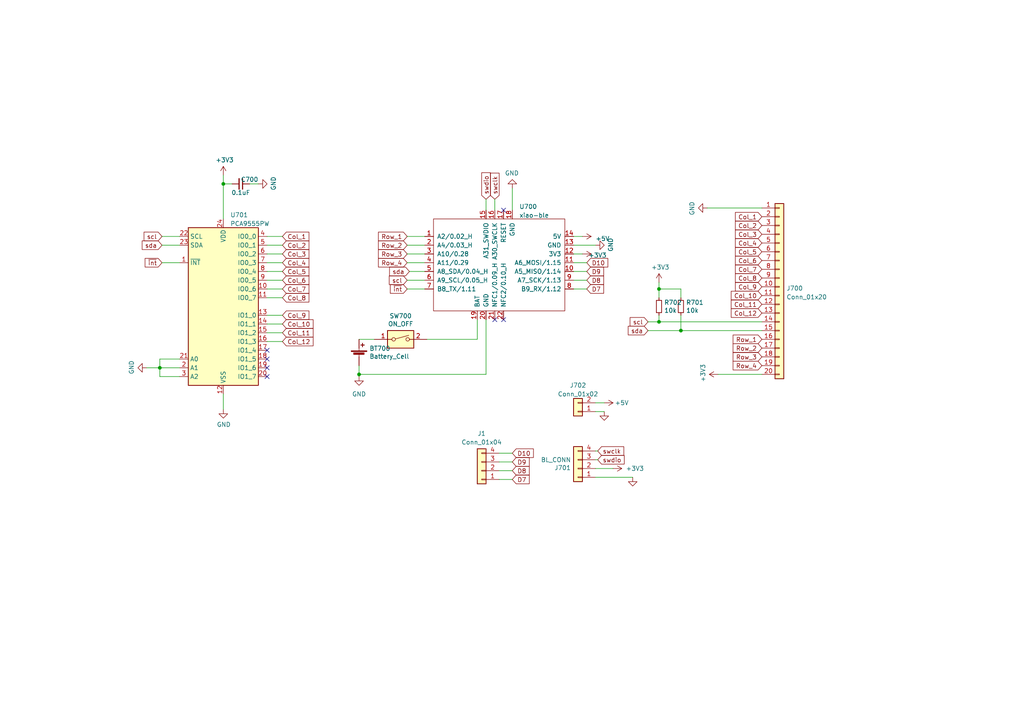
<source format=kicad_sch>
(kicad_sch (version 20230121) (generator eeschema)
  (paper "A4")
  (lib_symbols
    (symbol "Connector_Generic:Conn_01x02" (pin_names (offset 1.016) hide)
      (property "Reference" "J" (at 0 2.54 0))
      (property "Value" "Conn_01x02" (at 0 -5.08 0))
      (symbol "Conn_01x02_1_1"
        (rectangle (start -1.27 -2.413) (end 0 -2.667) (stroke (width 0.1524)))
        (rectangle (start -1.27 0.127) (end 0 -0.127) (stroke (width 0.1524)))
        (rectangle (start -1.27 1.27) (end 1.27 -3.81) (stroke (width 0.254)) (fill (type background)))
        (pin passive line (at -5.08 0 0) (length 3.81) (name "Pin_1") (number "1"))
        (pin passive line (at -5.08 -2.54 0) (length 3.81) (name "Pin_2") (number "2"))
      )
    )
    (symbol "Connector_Generic:Conn_01x04" (pin_names (offset 1.016) hide)
      (property "Reference" "J" (at 0 5.08 0))
      (property "Value" "Conn_01x04" (at 0 -7.62 0))
      (symbol "Conn_01x04_1_1"
        (rectangle (start -1.27 -4.953) (end 0 -5.207) (stroke (width 0.1524)))
        (rectangle (start -1.27 -2.413) (end 0 -2.667) (stroke (width 0.1524)))
        (rectangle (start -1.27 0.127) (end 0 -0.127) (stroke (width 0.1524)))
        (rectangle (start -1.27 2.667) (end 0 2.413) (stroke (width 0.1524)))
        (rectangle (start -1.27 3.81) (end 1.27 -6.35) (stroke (width 0.254)) (fill (type background)))
        (pin passive line (at -5.08 2.54 0) (length 3.81) (name "Pin_1") (number "1"))
        (pin passive line (at -5.08 0 0) (length 3.81) (name "Pin_2") (number "2"))
        (pin passive line (at -5.08 -2.54 0) (length 3.81) (name "Pin_3") (number "3"))
        (pin passive line (at -5.08 -5.08 0) (length 3.81) (name "Pin_4") (number "4"))
      )
    )
    (symbol "Connector_Generic:Conn_01x20" (pin_names (offset 1.016) hide)
      (property "Reference" "J" (at 0 25.4 0))
      (property "Value" "Conn_01x20" (at 0 -27.94 0))
      (symbol "Conn_01x20_1_1"
        (rectangle (start -1.27 -25.273) (end 0 -25.527) (stroke (width 0.1524)))
        (rectangle (start -1.27 -22.733) (end 0 -22.987) (stroke (width 0.1524)))
        (rectangle (start -1.27 -20.193) (end 0 -20.447) (stroke (width 0.1524)))
        (rectangle (start -1.27 -17.653) (end 0 -17.907) (stroke (width 0.1524)))
        (rectangle (start -1.27 -15.113) (end 0 -15.367) (stroke (width 0.1524)))
        (rectangle (start -1.27 -12.573) (end 0 -12.827) (stroke (width 0.1524)))
        (rectangle (start -1.27 -10.033) (end 0 -10.287) (stroke (width 0.1524)))
        (rectangle (start -1.27 -7.493) (end 0 -7.747) (stroke (width 0.1524)))
        (rectangle (start -1.27 -4.953) (end 0 -5.207) (stroke (width 0.1524)))
        (rectangle (start -1.27 -2.413) (end 0 -2.667) (stroke (width 0.1524)))
        (rectangle (start -1.27 0.127) (end 0 -0.127) (stroke (width 0.1524)))
        (rectangle (start -1.27 2.667) (end 0 2.413) (stroke (width 0.1524)))
        (rectangle (start -1.27 5.207) (end 0 4.953) (stroke (width 0.1524)))
        (rectangle (start -1.27 7.747) (end 0 7.493) (stroke (width 0.1524)))
        (rectangle (start -1.27 10.287) (end 0 10.033) (stroke (width 0.1524)))
        (rectangle (start -1.27 12.827) (end 0 12.573) (stroke (width 0.1524)))
        (rectangle (start -1.27 15.367) (end 0 15.113) (stroke (width 0.1524)))
        (rectangle (start -1.27 17.907) (end 0 17.653) (stroke (width 0.1524)))
        (rectangle (start -1.27 20.447) (end 0 20.193) (stroke (width 0.1524)))
        (rectangle (start -1.27 22.987) (end 0 22.733) (stroke (width 0.1524)))
        (rectangle (start -1.27 24.13) (end 1.27 -26.67) (stroke (width 0.254)) (fill (type background)))
        (pin passive line (at -5.08 22.86 0) (length 3.81) (name "Pin_1") (number "1"))
        (pin passive line (at -5.08 0 0) (length 3.81) (name "Pin_10") (number "10"))
        (pin passive line (at -5.08 -2.54 0) (length 3.81) (name "Pin_11") (number "11"))
        (pin passive line (at -5.08 -5.08 0) (length 3.81) (name "Pin_12") (number "12"))
        (pin passive line (at -5.08 -7.62 0) (length 3.81) (name "Pin_13") (number "13"))
        (pin passive line (at -5.08 -10.16 0) (length 3.81) (name "Pin_14") (number "14"))
        (pin passive line (at -5.08 -12.7 0) (length 3.81) (name "Pin_15") (number "15"))
        (pin passive line (at -5.08 -15.24 0) (length 3.81) (name "Pin_16") (number "16"))
        (pin passive line (at -5.08 -17.78 0) (length 3.81) (name "Pin_17") (number "17"))
        (pin passive line (at -5.08 -20.32 0) (length 3.81) (name "Pin_18") (number "18"))
        (pin passive line (at -5.08 -22.86 0) (length 3.81) (name "Pin_19") (number "19"))
        (pin passive line (at -5.08 20.32 0) (length 3.81) (name "Pin_2") (number "2"))
        (pin passive line (at -5.08 -25.4 0) (length 3.81) (name "Pin_20") (number "20"))
        (pin passive line (at -5.08 17.78 0) (length 3.81) (name "Pin_3") (number "3"))
        (pin passive line (at -5.08 15.24 0) (length 3.81) (name "Pin_4") (number "4"))
        (pin passive line (at -5.08 12.7 0) (length 3.81) (name "Pin_5") (number "5"))
        (pin passive line (at -5.08 10.16 0) (length 3.81) (name "Pin_6") (number "6"))
        (pin passive line (at -5.08 7.62 0) (length 3.81) (name "Pin_7") (number "7"))
        (pin passive line (at -5.08 5.08 0) (length 3.81) (name "Pin_8") (number "8"))
        (pin passive line (at -5.08 2.54 0) (length 3.81) (name "Pin_9") (number "9"))
      )
    )
    (symbol "Device:Battery_Cell" (pin_numbers hide) (pin_names (offset 0) hide)
      (property "Reference" "BT" (at 2.54 2.54 0))
      (property "Value" "Battery_Cell" (at 2.54 0 0))
      (symbol "Battery_Cell_0_1"
        (rectangle (start -2.286 1.778) (end 2.286 1.524) (fill (type outline)))
        (rectangle (start -1.5748 1.1938) (end 1.4732 0.6858) (fill (type outline)))
        (polyline (pts (xy 0 0.762) (xy 0 0)))
        (polyline (pts (xy 0 1.778) (xy 0 2.54)))
        (polyline (pts (xy 0.508 3.429) (xy 1.524 3.429)) (stroke (width 0.254)))
        (polyline (pts (xy 1.016 3.937) (xy 1.016 2.921)) (stroke (width 0.254)))
      )
      (symbol "Battery_Cell_1_1"
        (pin passive line (at 0 5.08 270) (length 2.54) (name "+") (number "1"))
        (pin passive line (at 0 -2.54 90) (length 2.54) (name "-") (number "2"))
      )
    )
    (symbol "Device:C_Small" (pin_numbers hide) (pin_names (offset 0.254) hide)
      (property "Reference" "C" (at 0.254 1.778 0))
      (property "Value" "C_Small" (at 0.254 -2.032 0))
      (symbol "C_Small_0_1"
        (polyline (pts (xy -1.524 -0.508) (xy 1.524 -0.508)) (stroke (width 0.3302)))
        (polyline (pts (xy -1.524 0.508) (xy 1.524 0.508)) (stroke (width 0.3048)))
      )
      (symbol "C_Small_1_1"
        (pin passive line (at 0 2.54 270) (length 2.032) (name "~") (number "1"))
        (pin passive line (at 0 -2.54 90) (length 2.032) (name "~") (number "2"))
      )
    )
    (symbol "Device:R_Small" (pin_numbers hide) (pin_names (offset 0.254) hide)
      (property "Reference" "R" (at 0.762 0.508 0))
      (property "Value" "R_Small" (at 0.762 -1.016 0))
      (symbol "R_Small_0_1"
        (rectangle (start -0.762 1.778) (end 0.762 -1.778) (stroke (width 0.2032)))
      )
      (symbol "R_Small_1_1"
        (pin passive line (at 0 2.54 270) (length 0.762) (name "~") (number "1"))
        (pin passive line (at 0 -2.54 90) (length 0.762) (name "~") (number "2"))
      )
    )
    (symbol "GND_1" (power) (pin_names (offset 0))
      (property "Value" "GND_1" (at 0 -3.81 0))
      (symbol "GND_1_0_1"
        (polyline (pts (xy 0 0) (xy 0 -1.27) (xy 1.27 -1.27) (xy 0 -2.54) (xy -1.27 -1.27) (xy 0 -1.27)))
      )
      (symbol "GND_1_1_1"
        (pin power_in line (at 0 0 270) (length 0) hide (name "GND") (number "1"))
      )
    )
    (symbol "GND_2" (power) (pin_names (offset 0))
      (property "Value" "GND_2" (at 0 -3.81 0))
      (symbol "GND_2_0_1"
        (polyline (pts (xy 0 0) (xy 0 -1.27) (xy 1.27 -1.27) (xy 0 -2.54) (xy -1.27 -1.27) (xy 0 -1.27)))
      )
      (symbol "GND_2_1_1"
        (pin power_in line (at 0 0 270) (length 0) hide (name "GND") (number "1"))
      )
    )
    (symbol "Interface_Expansion:PCA9555PW"
      (property "Reference" "U" (at -8.89 24.13 0))
      (property "Value" "PCA9555PW" (at 6.35 24.13 0))
      (symbol "PCA9555PW_0_1"
        (rectangle (start -10.16 22.86) (end 10.16 -22.86) (stroke (width 0.254)) (fill (type background)))
      )
      (symbol "PCA9555PW_1_1"
        (pin open_collector line (at -12.7 12.7 0) (length 2.54) (name "~{INT}") (number "1"))
        (pin bidirectional line (at 12.7 5.08 180) (length 2.54) (name "IO0_6") (number "10"))
        (pin bidirectional line (at 12.7 2.54 180) (length 2.54) (name "IO0_7") (number "11"))
        (pin power_in line (at 0 -25.4 90) (length 2.54) (name "VSS") (number "12"))
        (pin bidirectional line (at 12.7 -2.54 180) (length 2.54) (name "IO1_0") (number "13"))
        (pin bidirectional line (at 12.7 -5.08 180) (length 2.54) (name "IO1_1") (number "14"))
        (pin bidirectional line (at 12.7 -7.62 180) (length 2.54) (name "IO1_2") (number "15"))
        (pin bidirectional line (at 12.7 -10.16 180) (length 2.54) (name "IO1_3") (number "16"))
        (pin bidirectional line (at 12.7 -12.7 180) (length 2.54) (name "IO1_4") (number "17"))
        (pin bidirectional line (at 12.7 -15.24 180) (length 2.54) (name "IO1_5") (number "18"))
        (pin bidirectional line (at 12.7 -17.78 180) (length 2.54) (name "IO1_6") (number "19"))
        (pin input line (at -12.7 -17.78 0) (length 2.54) (name "A1") (number "2"))
        (pin bidirectional line (at 12.7 -20.32 180) (length 2.54) (name "IO1_7") (number "20"))
        (pin input line (at -12.7 -15.24 0) (length 2.54) (name "A0") (number "21"))
        (pin input line (at -12.7 20.32 0) (length 2.54) (name "SCL") (number "22"))
        (pin bidirectional line (at -12.7 17.78 0) (length 2.54) (name "SDA") (number "23"))
        (pin power_in line (at 0 25.4 270) (length 2.54) (name "VDD") (number "24"))
        (pin input line (at -12.7 -20.32 0) (length 2.54) (name "A2") (number "3"))
        (pin bidirectional line (at 12.7 20.32 180) (length 2.54) (name "IO0_0") (number "4"))
        (pin bidirectional line (at 12.7 17.78 180) (length 2.54) (name "IO0_1") (number "5"))
        (pin bidirectional line (at 12.7 15.24 180) (length 2.54) (name "IO0_2") (number "6"))
        (pin bidirectional line (at 12.7 12.7 180) (length 2.54) (name "IO0_3") (number "7"))
        (pin bidirectional line (at 12.7 10.16 180) (length 2.54) (name "IO0_4") (number "8"))
        (pin bidirectional line (at 12.7 7.62 180) (length 2.54) (name "IO0_5") (number "9"))
      )
    )
    (symbol "Switch:SW_DIP_x01" (pin_names (offset 0) hide)
      (property "Reference" "SW" (at 0 3.81 0))
      (property "Value" "SW_DIP_x01" (at 0 -3.81 0))
      (symbol "SW_DIP_x01_0_0"
        (circle (center -2.032 0) (radius 0.508))
        (polyline (pts (xy -1.524 0.127) (xy 2.3622 1.1684)))
        (circle (center 2.032 0) (radius 0.508))
      )
      (symbol "SW_DIP_x01_0_1"
        (rectangle (start -3.81 2.54) (end 3.81 -2.54) (stroke (width 0.254)) (fill (type background)))
      )
      (symbol "SW_DIP_x01_1_1"
        (pin passive line (at -7.62 0 0) (length 5.08) (name "~") (number "1"))
        (pin passive line (at 7.62 0 180) (length 5.08) (name "~") (number "2"))
      )
    )
    (symbol "mcu:xiao-ble" (pin_names (offset 1.016))
      (property "Reference" "U" (at -17.78 16.51 0))
      (property "Value" "xiao-ble" (at -15.24 13.97 0))
      (symbol "xiao-ble_0_1"
        (rectangle (start -19.05 12.7) (end 19.05 -13.97))
      )
      (symbol "xiao-ble_1_1"
        (pin bidirectional line (at -21.59 7.62 0) (length 2.54) (name "A2/0.02_H") (number "1"))
        (pin bidirectional line (at 21.59 -2.54 180) (length 2.54) (name "A5_MISO/1.14") (number "10"))
        (pin bidirectional line (at 21.59 0 180) (length 2.54) (name "A6_MOSI/1.15") (number "11"))
        (pin power_out line (at 21.59 2.54 180) (length 2.54) (name "3V3") (number "12"))
        (pin power_out line (at 21.59 5.08 180) (length 2.54) (name "GND") (number "13"))
        (pin power_out line (at 21.59 7.62 180) (length 2.54) (name "5V") (number "14"))
        (pin input line (at -3.81 15.24 270) (length 2.54) (name "A31_SWDIO") (number "15"))
        (pin input line (at -1.27 15.24 270) (length 2.54) (name "A30_SWCLK") (number "16"))
        (pin input line (at 1.27 15.24 270) (length 2.54) (name "RESET") (number "17"))
        (pin power_out line (at 3.81 15.24 270) (length 2.54) (name "GND") (number "18"))
        (pin bidirectional line (at -6.35 -16.51 90) (length 2.54) (name "BAT") (number "19"))
        (pin bidirectional line (at -21.59 5.08 0) (length 2.54) (name "A4/0.03_H") (number "2"))
        (pin power_out line (at -3.81 -16.51 90) (length 2.54) (name "GND") (number "20"))
        (pin bidirectional line (at -1.27 -16.51 90) (length 2.54) (name "NFC1/0.09_H") (number "21"))
        (pin bidirectional line (at 1.27 -16.51 90) (length 2.54) (name "NFC2/0.10_H") (number "22"))
        (pin bidirectional line (at -21.59 2.54 0) (length 2.54) (name "A10/0.28") (number "3"))
        (pin bidirectional line (at -21.59 0 0) (length 2.54) (name "A11/0.29") (number "4"))
        (pin bidirectional line (at -21.59 -2.54 0) (length 2.54) (name "A8_SDA/0.04_H") (number "5"))
        (pin bidirectional line (at -21.59 -5.08 0) (length 2.54) (name "A9_SCL/0.05_H") (number "6"))
        (pin bidirectional line (at -21.59 -7.62 0) (length 2.54) (name "B8_TX/1.11") (number "7"))
        (pin bidirectional line (at 21.59 -7.62 180) (length 2.54) (name "B9_RX/1.12") (number "8"))
        (pin bidirectional line (at 21.59 -5.08 180) (length 2.54) (name "A7_SCK/1.13") (number "9"))
      )
    )
    (symbol "power:+3V3" (power) (pin_names (offset 0))
      (property "Value" "+3V3" (at 0 3.556 0))
      (symbol "+3V3_0_1"
        (polyline (pts (xy -0.762 1.27) (xy 0 2.54)))
        (polyline (pts (xy 0 0) (xy 0 2.54)))
        (polyline (pts (xy 0 2.54) (xy 0.762 1.27)))
      )
      (symbol "+3V3_1_1"
        (pin power_in line (at 0 0 90) (length 0) hide (name "+3V3") (number "1"))
      )
    )
    (symbol "power:+5V" (power) (pin_names (offset 0))
      (property "Value" "+5V" (at 0 3.556 0))
      (symbol "+5V_0_1"
        (polyline (pts (xy -0.762 1.27) (xy 0 2.54)))
        (polyline (pts (xy 0 0) (xy 0 2.54)))
        (polyline (pts (xy 0 2.54) (xy 0.762 1.27)))
      )
      (symbol "+5V_1_1"
        (pin power_in line (at 0 0 90) (length 0) hide (name "+5V") (number "1"))
      )
    )
    (symbol "power:GND" (power) (pin_names (offset 0))
      (property "Value" "GND" (at 0 -3.81 0))
      (symbol "GND_0_1"
        (polyline (pts (xy 0 0) (xy 0 -1.27) (xy 1.27 -1.27) (xy 0 -2.54) (xy -1.27 -1.27) (xy 0 -1.27)))
      )
      (symbol "GND_1_1"
        (pin power_in line (at 0 0 270) (length 0) hide (name "GND") (number "1"))
      )
    )
  )
  (junction (at 197.485 95.885))
  (junction (at 104.14 108.585))
  (junction (at 64.77 53.34))
  (junction (at 191.135 83.82))
  (junction (at 46.355 106.68))
  (junction (at 191.135 93.345))
  (no_connect (at 146.05 60.96))
  (no_connect (at 77.47 104.14))
  (no_connect (at 77.47 101.6))
  (no_connect (at 146.05 92.71))
  (no_connect (at 143.51 92.71))
  (no_connect (at 77.47 106.68))
  (no_connect (at 77.47 109.22))
  (wire (pts (xy 197.485 91.44) (xy 197.485 95.885)))
  (wire (pts (xy 52.07 106.68) (xy 46.355 106.68)))
  (wire (pts (xy 148.59 54.61) (xy 148.59 60.96)))
  (wire (pts (xy 172.72 138.43) (xy 183.515 138.43)))
  (wire (pts (xy 191.135 83.82) (xy 197.485 83.82)))
  (wire (pts (xy 140.97 57.785) (xy 140.97 60.96)))
  (wire (pts (xy 166.37 78.74) (xy 170.18 78.74)))
  (wire (pts (xy 64.77 53.34) (xy 64.77 63.5)))
  (wire (pts (xy 166.37 76.2) (xy 170.18 76.2)))
  (wire (pts (xy 46.99 71.12) (xy 52.07 71.12)))
  (wire (pts (xy 81.915 83.82) (xy 77.47 83.82)))
  (wire (pts (xy 42.545 106.68) (xy 46.355 106.68)))
  (wire (pts (xy 143.51 57.785) (xy 143.51 60.96)))
  (wire (pts (xy 172.72 119.38) (xy 175.26 119.38)))
  (wire (pts (xy 144.78 131.445) (xy 148.59 131.445)))
  (wire (pts (xy 191.135 91.44) (xy 191.135 93.345)))
  (wire (pts (xy 46.355 109.22) (xy 52.07 109.22)))
  (wire (pts (xy 64.77 50.8) (xy 64.77 53.34)))
  (wire (pts (xy 81.915 86.36) (xy 77.47 86.36)))
  (wire (pts (xy 118.11 68.58) (xy 123.19 68.58)))
  (wire (pts (xy 166.37 68.58) (xy 168.91 68.58)))
  (wire (pts (xy 191.135 81.915) (xy 191.135 83.82)))
  (wire (pts (xy 187.96 93.345) (xy 191.135 93.345)))
  (wire (pts (xy 144.78 133.985) (xy 148.59 133.985)))
  (wire (pts (xy 46.355 106.68) (xy 46.355 109.22)))
  (wire (pts (xy 197.485 83.82) (xy 197.485 86.36)))
  (wire (pts (xy 172.72 135.89) (xy 177.8 135.89)))
  (wire (pts (xy 46.99 68.58) (xy 52.07 68.58)))
  (wire (pts (xy 144.78 136.525) (xy 148.59 136.525)))
  (wire (pts (xy 191.135 83.82) (xy 191.135 86.36)))
  (wire (pts (xy 81.915 71.12) (xy 77.47 71.12)))
  (wire (pts (xy 81.915 93.98) (xy 77.47 93.98)))
  (wire (pts (xy 81.915 81.28) (xy 77.47 81.28)))
  (wire (pts (xy 81.915 76.2) (xy 77.47 76.2)))
  (wire (pts (xy 118.11 71.12) (xy 123.19 71.12)))
  (wire (pts (xy 72.39 53.34) (xy 74.93 53.34)))
  (wire (pts (xy 168.91 73.66) (xy 166.37 73.66)))
  (wire (pts (xy 140.97 92.71) (xy 140.97 108.585)))
  (wire (pts (xy 46.99 76.2) (xy 52.07 76.2)))
  (wire (pts (xy 81.915 99.06) (xy 77.47 99.06)))
  (wire (pts (xy 81.915 91.44) (xy 77.47 91.44)))
  (wire (pts (xy 197.485 95.885) (xy 220.98 95.885)))
  (wire (pts (xy 104.14 108.585) (xy 104.14 109.22)))
  (wire (pts (xy 52.07 104.14) (xy 46.355 104.14)))
  (wire (pts (xy 118.745 78.74) (xy 123.19 78.74)))
  (wire (pts (xy 67.31 53.34) (xy 64.77 53.34)))
  (wire (pts (xy 172.72 71.12) (xy 166.37 71.12)))
  (wire (pts (xy 123.825 98.425) (xy 138.43 98.425)))
  (wire (pts (xy 172.72 133.35) (xy 173.355 133.35)))
  (wire (pts (xy 64.77 118.745) (xy 64.77 114.3)))
  (wire (pts (xy 81.915 78.74) (xy 77.47 78.74)))
  (wire (pts (xy 140.97 108.585) (xy 104.14 108.585)))
  (wire (pts (xy 144.78 139.065) (xy 148.59 139.065)))
  (wire (pts (xy 208.28 108.585) (xy 220.98 108.585)))
  (wire (pts (xy 118.11 73.66) (xy 123.19 73.66)))
  (wire (pts (xy 118.11 83.82) (xy 123.19 83.82)))
  (wire (pts (xy 81.915 73.66) (xy 77.47 73.66)))
  (wire (pts (xy 104.14 106.045) (xy 104.14 108.585)))
  (wire (pts (xy 104.14 98.425) (xy 108.585 98.425)))
  (wire (pts (xy 46.355 104.14) (xy 46.355 106.68)))
  (wire (pts (xy 172.72 116.84) (xy 175.26 116.84)))
  (wire (pts (xy 187.96 95.885) (xy 197.485 95.885)))
  (wire (pts (xy 118.11 76.2) (xy 123.19 76.2)))
  (wire (pts (xy 118.11 81.28) (xy 123.19 81.28)))
  (wire (pts (xy 172.72 130.81) (xy 173.355 130.81)))
  (wire (pts (xy 166.37 81.28) (xy 170.18 81.28)))
  (wire (pts (xy 191.135 93.345) (xy 220.98 93.345)))
  (wire (pts (xy 205.105 60.325) (xy 220.98 60.325)))
  (wire (pts (xy 81.915 68.58) (xy 77.47 68.58)))
  (wire (pts (xy 81.915 96.52) (xy 77.47 96.52)))
  (wire (pts (xy 166.37 83.82) (xy 170.18 83.82)))
  (wire (pts (xy 138.43 98.425) (xy 138.43 92.71)))
  (global_label "Col_8" (shape input) (at 220.98 80.645 180) (property "Intersheetrefs" "${INTERSHEET_REFS}" (effects hide)))
  (global_label "scl" (shape input) (at 118.11 81.28 180) (property "Intersheetrefs" "${INTERSHEET_REFS}" (effects hide)))
  (global_label "Col_6" (shape input) (at 220.98 75.565 180) (property "Intersheetrefs" "${INTERSHEET_REFS}" (effects hide)))
  (global_label "Col_5" (shape input) (at 220.98 73.025 180) (property "Intersheetrefs" "${INTERSHEET_REFS}" (effects hide)))
  (global_label "D7" (shape input) (at 170.18 83.82 0) (property "Intersheetrefs" "${INTERSHEET_REFS}" (effects hide)))
  (global_label "Col_12" (shape input) (at 220.98 90.805 180) (property "Intersheetrefs" "${INTERSHEET_REFS}" (effects hide)))
  (global_label "scl" (shape input) (at 46.99 68.58 180) (property "Intersheetrefs" "${INTERSHEET_REFS}" (effects hide)))
  (global_label "D7" (shape input) (at 148.59 139.065 0) (property "Intersheetrefs" "${INTERSHEET_REFS}" (effects hide)))
  (global_label "swdio" (shape input) (at 173.355 133.35 0) (property "Intersheetrefs" "${INTERSHEET_REFS}" (effects hide)))
  (global_label "Row_3" (shape input) (at 118.11 73.66 180) (property "Intersheetrefs" "${INTERSHEET_REFS}" (effects hide)))
  (global_label "Col_3" (shape input) (at 220.98 67.945 180) (property "Intersheetrefs" "${INTERSHEET_REFS}" (effects hide)))
  (global_label "~{int}" (shape input) (at 118.11 83.82 180) (property "Intersheetrefs" "${INTERSHEET_REFS}" (effects hide)))
  (global_label "Col_11" (shape input) (at 220.98 88.265 180) (property "Intersheetrefs" "${INTERSHEET_REFS}" (effects hide)))
  (global_label "Col_6" (shape input) (at 81.915 81.28 0) (property "Intersheetrefs" "${INTERSHEET_REFS}" (effects hide)))
  (global_label "sda" (shape input) (at 46.99 71.12 180) (property "Intersheetrefs" "${INTERSHEET_REFS}" (effects hide)))
  (global_label "Col_3" (shape input) (at 81.915 73.66 0) (property "Intersheetrefs" "${INTERSHEET_REFS}" (effects hide)))
  (global_label "scl" (shape input) (at 187.96 93.345 180) (property "Intersheetrefs" "${INTERSHEET_REFS}" (effects hide)))
  (global_label "Col_8" (shape input) (at 81.915 86.36 0) (property "Intersheetrefs" "${INTERSHEET_REFS}" (effects hide)))
  (global_label "Col_9" (shape input) (at 220.98 83.185 180) (property "Intersheetrefs" "${INTERSHEET_REFS}" (effects hide)))
  (global_label "Row_1" (shape input) (at 118.11 68.58 180) (property "Intersheetrefs" "${INTERSHEET_REFS}" (effects hide)))
  (global_label "D8" (shape input) (at 170.18 81.28 0) (property "Intersheetrefs" "${INTERSHEET_REFS}" (effects hide)))
  (global_label "Row_3" (shape input) (at 220.98 103.505 180) (property "Intersheetrefs" "${INTERSHEET_REFS}" (effects hide)))
  (global_label "Col_4" (shape input) (at 81.915 76.2 0) (property "Intersheetrefs" "${INTERSHEET_REFS}" (effects hide)))
  (global_label "Col_9" (shape input) (at 81.915 91.44 0) (property "Intersheetrefs" "${INTERSHEET_REFS}" (effects hide)))
  (global_label "Row_4" (shape input) (at 220.98 106.045 180) (property "Intersheetrefs" "${INTERSHEET_REFS}" (effects hide)))
  (global_label "D9" (shape input) (at 148.59 133.985 0) (property "Intersheetrefs" "${INTERSHEET_REFS}" (effects hide)))
  (global_label "Col_1" (shape input) (at 81.915 68.58 0) (property "Intersheetrefs" "${INTERSHEET_REFS}" (effects hide)))
  (global_label "Col_2" (shape input) (at 220.98 65.405 180) (property "Intersheetrefs" "${INTERSHEET_REFS}" (effects hide)))
  (global_label "D10" (shape input) (at 148.59 131.445 0) (property "Intersheetrefs" "${INTERSHEET_REFS}" (effects hide)))
  (global_label "Col_10" (shape input) (at 220.98 85.725 180) (property "Intersheetrefs" "${INTERSHEET_REFS}" (effects hide)))
  (global_label "Col_12" (shape input) (at 81.915 99.06 0) (property "Intersheetrefs" "${INTERSHEET_REFS}" (effects hide)))
  (global_label "Col_10" (shape input) (at 81.915 93.98 0) (property "Intersheetrefs" "${INTERSHEET_REFS}" (effects hide)))
  (global_label "swclk" (shape input) (at 143.51 57.785 90) (property "Intersheetrefs" "${INTERSHEET_REFS}" (effects hide)))
  (global_label "Col_7" (shape input) (at 220.98 78.105 180) (property "Intersheetrefs" "${INTERSHEET_REFS}" (effects hide)))
  (global_label "swdio" (shape input) (at 140.97 57.785 90) (property "Intersheetrefs" "${INTERSHEET_REFS}" (effects hide)))
  (global_label "Col_4" (shape input) (at 220.98 70.485 180) (property "Intersheetrefs" "${INTERSHEET_REFS}" (effects hide)))
  (global_label "sda" (shape input) (at 187.96 95.885 180) (property "Intersheetrefs" "${INTERSHEET_REFS}" (effects hide)))
  (global_label "D10" (shape input) (at 170.18 76.2 0) (property "Intersheetrefs" "${INTERSHEET_REFS}" (effects hide)))
  (global_label "Col_2" (shape input) (at 81.915 71.12 0) (property "Intersheetrefs" "${INTERSHEET_REFS}" (effects hide)))
  (global_label "Row_2" (shape input) (at 220.98 100.965 180) (property "Intersheetrefs" "${INTERSHEET_REFS}" (effects hide)))
  (global_label "swclk" (shape input) (at 173.355 130.81 0) (property "Intersheetrefs" "${INTERSHEET_REFS}" (effects hide)))
  (global_label "D8" (shape input) (at 148.59 136.525 0) (property "Intersheetrefs" "${INTERSHEET_REFS}" (effects hide)))
  (global_label "~{int}" (shape input) (at 46.99 76.2 180) (property "Intersheetrefs" "${INTERSHEET_REFS}" (effects hide)))
  (global_label "Col_11" (shape input) (at 81.915 96.52 0) (property "Intersheetrefs" "${INTERSHEET_REFS}" (effects hide)))
  (global_label "Col_1" (shape input) (at 220.98 62.865 180) (property "Intersheetrefs" "${INTERSHEET_REFS}" (effects hide)))
  (global_label "Col_5" (shape input) (at 81.915 78.74 0) (property "Intersheetrefs" "${INTERSHEET_REFS}" (effects hide)))
  (global_label "Row_4" (shape input) (at 118.11 76.2 180) (property "Intersheetrefs" "${INTERSHEET_REFS}" (effects hide)))
  (global_label "Col_7" (shape input) (at 81.915 83.82 0) (property "Intersheetrefs" "${INTERSHEET_REFS}" (effects hide)))
  (global_label "Row_2" (shape input) (at 118.11 71.12 180) (property "Intersheetrefs" "${INTERSHEET_REFS}" (effects hide)))
  (global_label "sda" (shape input) (at 118.745 78.74 180) (property "Intersheetrefs" "${INTERSHEET_REFS}" (effects hide)))
  (global_label "D9" (shape input) (at 170.18 78.74 0) (property "Intersheetrefs" "${INTERSHEET_REFS}" (effects hide)))
  (global_label "Row_1" (shape input) (at 220.98 98.425 180) (property "Intersheetrefs" "${INTERSHEET_REFS}" (effects hide)))
  (symbol (lib_id "power:+3V3") (at 64.77 50.8 0) (unit 1)
    (property "Reference" "#PWR02" (effects hide))
    (property "Value" "+3V3" (at 65.151 46.4058 0))
  )
  (symbol (lib_id "power:GND") (at 183.515 138.43 0) (unit 1)
    (property "Reference" "#PWR09" (effects hide))
    (property "Value" "GND" (effects hide))
  )
  (symbol (lib_id "Device:R_Small") (at 191.135 88.9 0) (unit 1)
    (property "Reference" "R702" (at 192.6336 87.7316 0) (effects (justify left)))
    (property "Value" "10k" (at 192.6336 90.043 0) (effects (justify left)))
    (property "Footprint" "Resistor_SMD:R_0805_2012Metric_Pad1.20x1.40mm_HandSolder" (effects hide))
  )
  (symbol (lib_id "power:GND") (at 74.93 53.34 90) (unit 1)
    (property "Reference" "#PWR04" (effects hide))
    (property "Value" "GND" (at 79.3242 53.213 0))
  )
  (symbol (lib_id "power:GND") (at 148.59 54.61 180) (unit 1)
    (property "Reference" "#PWR05" (effects hide))
    (property "Value" "GND" (at 148.463 50.2158 0))
  )
  (symbol (lib_id "Connector_Generic:Conn_01x04") (at 167.64 135.89 180) (unit 1)
    (property "Reference" "J701" (at 165.608 135.6868 0) (effects (justify left)))
    (property "Value" "BL_CONN" (at 165.608 133.3754 0) (effects (justify left)))
    (property "Footprint" "Connector_PinHeader_2.54mm:PinHeader_1x04_P2.54mm_Vertical" (effects hide))
  )
  (symbol (lib_id "power:GND") (at 64.77 118.745 0) (unit 1)
    (property "Reference" "#PWR03" (effects hide))
    (property "Value" "GND" (at 64.897 123.1392 0))
  )
  (symbol (lib_id "power:+3V3") (at 191.135 81.915 0) (unit 1)
    (property "Reference" "#PWR010" (effects hide))
    (property "Value" "+3V3" (at 191.516 77.5208 0))
  )
  (symbol (lib_id "power:+3V3") (at 208.28 108.585 90) (unit 1)
    (property "Reference" "#PWR012" (effects hide))
    (property "Value" "+3V3" (at 203.8858 108.204 0))
  )
  (symbol (lib_id "Interface_Expansion:PCA9555PW") (at 64.77 88.9 0) (unit 1)
    (property "Reference" "U701" (at 66.7894 62.3402 0) (effects (justify left)))
    (property "Value" "PCA9555PW" (at 66.7894 64.8771 0) (effects (justify left)))
    (property "Footprint" "Package_SO:TSSOP-24_4.4x7.8mm_P0.65mm" (effects hide))
    (property "Datasheet" "https://www.nxp.com/docs/en/data-sheet/PCA9555.pdf" (effects hide))
  )
  (symbol (lib_name "GND_2") (lib_id "power:GND") (at 104.14 109.22 0) (unit 1)
    (property "Reference" "#PWR016" (effects hide))
    (property "Value" "GND" (at 104.14 114.3 0))
  )
  (symbol (lib_id "power:+5V") (at 175.26 116.84 270) (unit 1)
    (property "Reference" "#PWR013" (effects hide))
    (property "Value" "+5V" (at 180.34 116.84 90))
  )
  (symbol (lib_id "Switch:SW_DIP_x01") (at 116.205 98.425 0) (unit 1)
    (property "Reference" "SW700" (at 116.205 91.6432 0))
    (property "Value" "ON_OFF" (at 116.205 93.9546 0))
    (property "Footprint" "weteor:switch_MSK-12C02_smd" (effects hide))
  )
  (symbol (lib_id "power:+3V3") (at 168.91 73.66 270) (unit 1)
    (property "Reference" "#PWR06" (effects hide))
    (property "Value" "+3V3" (at 173.3042 74.041 90))
  )
  (symbol (lib_id "Connector_Generic:Conn_01x02") (at 167.64 119.38 180) (unit 1)
    (property "Reference" "J702" (at 167.64 111.76 0))
    (property "Value" "Conn_01x02" (at 167.64 114.3 0))
    (property "Footprint" "Connector_PinHeader_2.54mm:PinHeader_1x02_P2.54mm_Vertical" (effects hide))
  )
  (symbol (lib_id "Connector_Generic:Conn_01x04") (at 139.7 136.525 180) (unit 1)
    (property "Reference" "J1" (at 139.7 125.73 0))
    (property "Value" "Conn_01x04" (at 139.7 128.27 0))
    (property "Footprint" "Connector_PinHeader_2.00mm:PinHeader_2x02_P2.00mm_Horizontal" (effects hide))
  )
  (symbol (lib_id "power:GND") (at 172.72 71.12 90) (unit 1)
    (property "Reference" "#PWR07" (effects hide))
    (property "Value" "GND" (at 177.1142 70.993 0))
  )
  (symbol (lib_id "power:GND") (at 42.545 106.68 270) (mirror x) (unit 1)
    (property "Reference" "#PWR01" (effects hide))
    (property "Value" "GND" (at 38.1508 106.553 0))
  )
  (symbol (lib_id "power:+5V") (at 168.91 68.58 270) (unit 1)
    (property "Reference" "#PWR014" (effects hide))
    (property "Value" "+5V" (at 172.72 69.215 90) (effects (justify left)))
  )
  (symbol (lib_id "Device:Battery_Cell") (at 104.14 103.505 0) (unit 1)
    (property "Reference" "BT700" (at 107.1372 101.0666 0) (effects (justify left)))
    (property "Value" "Battery_Cell" (at 107.1372 103.378 0) (effects (justify left)))
    (property "Footprint" "Connector_PinHeader_2.00mm:PinHeader_1x02_P2.00mm_Vertical" (effects hide))
  )
  (symbol (lib_id "Device:C_Small") (at 69.85 53.34 270) (unit 1)
    (property "Reference" "C700" (at 72.39 52.07 90))
    (property "Value" "0.1uF" (at 69.85 55.88 90))
    (property "Footprint" "Capacitor_SMD:C_0805_2012Metric" (effects hide))
  )
  (symbol (lib_id "Device:R_Small") (at 197.485 88.9 0) (unit 1)
    (property "Reference" "R701" (at 198.9836 87.7316 0) (effects (justify left)))
    (property "Value" "10k" (at 198.9836 90.043 0) (effects (justify left)))
    (property "Footprint" "Resistor_SMD:R_0805_2012Metric_Pad1.20x1.40mm_HandSolder" (effects hide))
  )
  (symbol (lib_id "mcu:xiao-ble") (at 144.78 76.2 0) (unit 1)
    (property "Reference" "U700" (at 150.6094 59.9272 0) (effects (justify left)))
    (property "Value" "xiao-ble" (at 150.6094 62.4641 0) (effects (justify left)))
    (property "Footprint" "mcu:xiao-ble-smd-cutout" (effects hide))
  )
  (symbol (lib_id "power:+3V3") (at 177.8 135.89 270) (unit 1)
    (property "Reference" "#PWR08" (effects hide))
    (property "Value" "+3V3" (at 184.15 135.89 90))
  )
  (symbol (lib_name "GND_1") (lib_id "power:GND") (at 175.26 119.38 0) (unit 1)
    (property "Reference" "#PWR015" (effects hide))
    (property "Value" "GND" (effects hide))
  )
  (symbol (lib_id "power:GND") (at 205.105 60.325 270) (unit 1)
    (property "Reference" "#PWR011" (effects hide))
    (property "Value" "GND" (at 200.7108 60.452 0))
  )
  (symbol (lib_id "Connector_Generic:Conn_01x20") (at 226.06 83.185 0) (unit 1)
    (property "Reference" "J700" (at 228.092 83.6203 0) (effects (justify left)))
    (property "Value" "Conn_01x20" (at 228.092 86.1572 0) (effects (justify left)))
    (property "Footprint" "weteor:FCC 20pin" (effects hide))
  )
)
</source>
